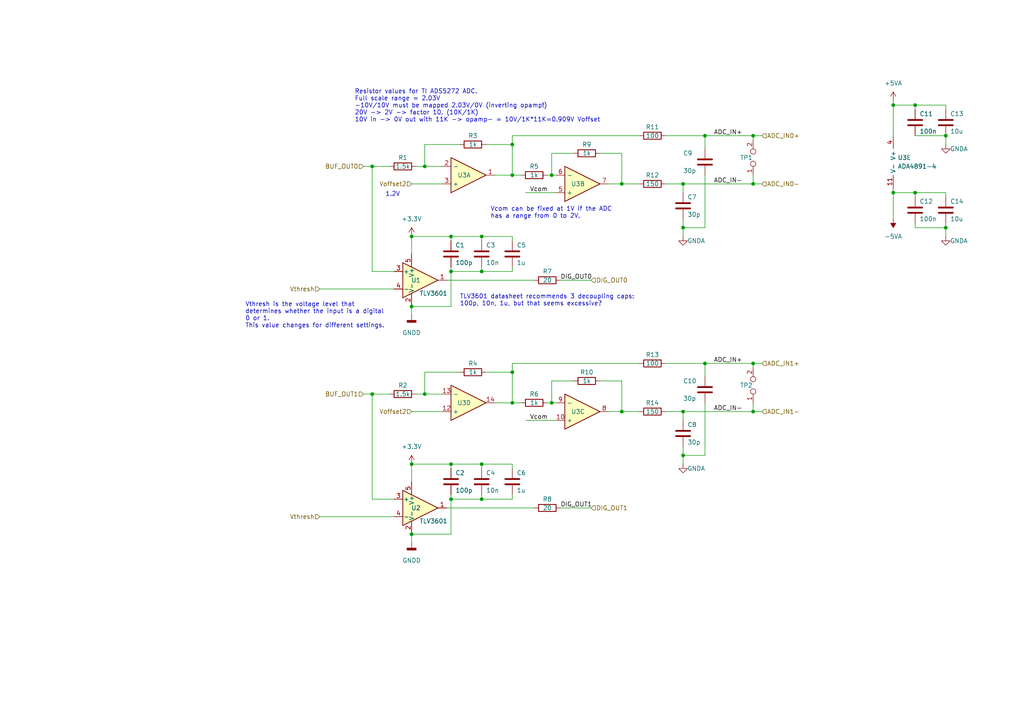
<source format=kicad_sch>
(kicad_sch (version 20211123) (generator eeschema)
  (paper "A4")
  (lib_symbols
    (symbol "Connector:TestPoint_2Pole" (pin_names (offset 0.762) hide)
      (property "Reference" "TP" (at 0 1.524 0))
      (property "Value" "TestPoint_2Pole" (at 0 -1.778 0))
      (symbol "TestPoint_2Pole_0_1"
        (circle (center -1.778 0) (radius 0.762))
        (circle (center 1.778 0) (radius 0.762))
        (pin passive line (at -5.08 0 0) (length 2.54) (name "1") (number "1"))
        (pin passive line (at 5.08 0 180) (length 2.54) (name "2") (number "2"))
      )
    )
    (symbol "Device:C" (pin_numbers hide) (pin_names (offset 0.254))
      (property "Reference" "C" (at 0.635 2.54 0))
      (property "Value" "C" (at 0.635 -2.54 0))
      (symbol "C_0_1"
        (polyline (pts (xy -2.032 -0.762) (xy 2.032 -0.762)) (stroke (width 0.508)))
        (polyline (pts (xy -2.032 0.762) (xy 2.032 0.762)) (stroke (width 0.508)))
      )
      (symbol "C_1_1"
        (pin passive line (at 0 3.81 270) (length 2.794) (name "~") (number "1"))
        (pin passive line (at 0 -3.81 90) (length 2.794) (name "~") (number "2"))
      )
    )
    (symbol "Device:R" (pin_numbers hide) (pin_names (offset 0))
      (property "Reference" "R" (at 2.032 0 90))
      (property "Value" "R" (at 0 0 90))
      (symbol "R_0_1"
        (rectangle (start -1.016 -2.54) (end 1.016 2.54) (stroke (width 0.254)))
      )
      (symbol "R_1_1"
        (pin passive line (at 0 3.81 270) (length 1.27) (name "~") (number "1"))
        (pin passive line (at 0 -3.81 90) (length 1.27) (name "~") (number "2"))
      )
    )
    (symbol "logic_analyzer:ADA4891-4"
      (property "Reference" "U" (at 0 5.08 0))
      (property "Value" "ADA4891-4" (at 0 -5.08 0))
      (symbol "ADA4891-4_1_1"
        (polyline (pts (xy -5.08 5.08) (xy 5.08 0) (xy -5.08 -5.08) (xy -5.08 5.08)) (stroke (width 0.254)) (fill (type background)))
        (pin output line (at 7.62 0 180) (length 2.54) (name "~") (number "1"))
        (pin input line (at -7.62 -2.54 0) (length 2.54) (name "-") (number "2"))
        (pin input line (at -7.62 2.54 0) (length 2.54) (name "+") (number "3"))
      )
      (symbol "ADA4891-4_2_1"
        (polyline (pts (xy -5.08 5.08) (xy 5.08 0) (xy -5.08 -5.08) (xy -5.08 5.08)) (stroke (width 0.254)) (fill (type background)))
        (pin input line (at -7.62 2.54 0) (length 2.54) (name "+") (number "5"))
        (pin input line (at -7.62 -2.54 0) (length 2.54) (name "-") (number "6"))
        (pin output line (at 7.62 0 180) (length 2.54) (name "~") (number "7"))
      )
      (symbol "ADA4891-4_3_1"
        (polyline (pts (xy -5.08 5.08) (xy 5.08 0) (xy -5.08 -5.08) (xy -5.08 5.08)) (stroke (width 0.254)) (fill (type background)))
        (pin input line (at -7.62 2.54 0) (length 2.54) (name "+") (number "10"))
        (pin output line (at 7.62 0 180) (length 2.54) (name "~") (number "8"))
        (pin input line (at -7.62 -2.54 0) (length 2.54) (name "-") (number "9"))
      )
      (symbol "ADA4891-4_4_1"
        (polyline (pts (xy -5.08 5.08) (xy 5.08 0) (xy -5.08 -5.08) (xy -5.08 5.08)) (stroke (width 0.254)) (fill (type background)))
        (pin input line (at -7.62 2.54 0) (length 2.54) (name "+") (number "12"))
        (pin input line (at -7.62 -2.54 0) (length 2.54) (name "-") (number "13"))
        (pin output line (at 7.62 0 180) (length 2.54) (name "~") (number "14"))
      )
      (symbol "ADA4891-4_5_1"
        (pin power_in line (at -2.54 -7.62 90) (length 3.81) (name "V-") (number "11"))
        (pin power_in line (at -2.54 7.62 270) (length 3.81) (name "V+") (number "4"))
      )
    )
    (symbol "logic_analyzer:TLV3601" (pin_names (offset 0.127))
      (property "Reference" "U" (at -1.27 6.35 0))
      (property "Value" "TLV3601" (at -1.27 3.81 0))
      (symbol "TLV3601_0_1"
        (polyline (pts (xy -5.08 5.08) (xy 5.08 0) (xy -5.08 -5.08) (xy -5.08 5.08)) (stroke (width 0.254)) (fill (type background)))
        (pin power_in line (at -2.54 -7.62 90) (length 3.81) (name "V-") (number "2"))
        (pin power_in line (at -2.54 7.62 270) (length 3.81) (name "V+") (number "5"))
      )
      (symbol "TLV3601_1_1"
        (pin output line (at 7.62 0 180) (length 2.54) (name "~") (number "1"))
        (pin input line (at -7.62 2.54 0) (length 2.54) (name "+") (number "3"))
        (pin input line (at -7.62 -2.54 0) (length 2.54) (name "-") (number "4"))
      )
    )
    (symbol "power:+3.3V" (power) (pin_names (offset 0))
      (property "Value" "+3.3V" (at 0 3.556 0))
      (symbol "+3.3V_0_1"
        (polyline (pts (xy -0.762 1.27) (xy 0 2.54)))
        (polyline (pts (xy 0 0) (xy 0 2.54)))
        (polyline (pts (xy 0 2.54) (xy 0.762 1.27)))
      )
      (symbol "+3.3V_1_1"
        (pin power_in line (at 0 0 90) (length 0) hide (name "+3.3V") (number "1"))
      )
    )
    (symbol "power:+5VA" (power) (pin_names (offset 0))
      (property "Value" "+5VA" (at 0 3.556 0))
      (symbol "+5VA_0_1"
        (polyline (pts (xy -0.762 1.27) (xy 0 2.54)))
        (polyline (pts (xy 0 0) (xy 0 2.54)))
        (polyline (pts (xy 0 2.54) (xy 0.762 1.27)))
      )
      (symbol "+5VA_1_1"
        (pin power_in line (at 0 0 90) (length 0) hide (name "+5VA") (number "1"))
      )
    )
    (symbol "power:-5VA" (power) (pin_names (offset 0))
      (property "Value" "-5VA" (at 0 3.81 0))
      (symbol "-5VA_0_0"
        (pin power_in line (at 0 0 90) (length 0) hide (name "-5VA") (number "1"))
      )
      (symbol "-5VA_0_1"
        (polyline (pts (xy 0 0) (xy 0 1.27) (xy 0.762 1.27) (xy 0 2.54) (xy -0.762 1.27) (xy 0 1.27)) (fill (type outline)))
      )
    )
    (symbol "power:GNDA" (power) (pin_names (offset 0))
      (property "Value" "GNDA" (at 0 -3.81 0))
      (symbol "GNDA_0_1"
        (polyline (pts (xy 0 0) (xy 0 -1.27) (xy 1.27 -1.27) (xy 0 -2.54) (xy -1.27 -1.27) (xy 0 -1.27)))
      )
      (symbol "GNDA_1_1"
        (pin power_in line (at 0 0 270) (length 0) hide (name "GNDA") (number "1"))
      )
    )
    (symbol "power:GNDD" (power) (pin_names (offset 0))
      (property "Value" "GNDD" (at 0 -3.175 0))
      (symbol "GNDD_0_1"
        (rectangle (start -1.27 -1.524) (end 1.27 -2.032) (stroke (width 0.254)) (fill (type outline)))
        (polyline (pts (xy 0 0) (xy 0 -1.524)))
      )
      (symbol "GNDD_1_1"
        (pin power_in line (at 0 0 270) (length 0) hide (name "GNDD") (number "1"))
      )
    )
  )
  (junction (at 160.02 50.8))
  (junction (at 139.7 78.74))
  (junction (at 259.08 30.48))
  (junction (at 148.59 50.8))
  (junction (at 148.59 41.91))
  (junction (at 218.44 105.41))
  (junction (at 265.43 30.48))
  (junction (at 148.59 107.95))
  (junction (at 180.34 119.38))
  (junction (at 148.59 116.84))
  (junction (at 123.19 114.3))
  (junction (at 265.43 55.88))
  (junction (at 139.7 68.58))
  (junction (at 107.95 114.3))
  (junction (at 198.12 132.08))
  (junction (at 107.95 48.26))
  (junction (at 259.08 55.88))
  (junction (at 130.81 134.62))
  (junction (at 119.38 88.9))
  (junction (at 119.38 134.62))
  (junction (at 198.12 66.04))
  (junction (at 274.32 39.37))
  (junction (at 160.02 116.84))
  (junction (at 218.44 119.38))
  (junction (at 119.38 68.58))
  (junction (at 198.12 53.34))
  (junction (at 130.81 68.58))
  (junction (at 180.34 53.34))
  (junction (at 204.47 105.41))
  (junction (at 119.38 154.94))
  (junction (at 218.44 39.37))
  (junction (at 123.19 48.26))
  (junction (at 139.7 134.62))
  (junction (at 130.81 144.78))
  (junction (at 139.7 144.78))
  (junction (at 204.47 39.37))
  (junction (at 274.32 66.04))
  (junction (at 198.12 119.38))
  (junction (at 130.81 78.74))
  (junction (at 218.44 53.34))
  (wire (pts (xy 129.54 81.28) (xy 154.94 81.28)))
  (wire (pts (xy 139.7 68.58) (xy 139.7 69.85)))
  (wire (pts (xy 265.43 30.48) (xy 265.43 31.75)))
  (wire (pts (xy 193.04 39.37) (xy 204.47 39.37)))
  (wire (pts (xy 130.81 68.58) (xy 139.7 68.58)))
  (wire (pts (xy 274.32 55.88) (xy 274.32 57.15)))
  (wire (pts (xy 259.08 29.21) (xy 259.08 30.48)))
  (wire (pts (xy 274.32 31.75) (xy 274.32 30.48)))
  (wire (pts (xy 204.47 105.41) (xy 218.44 105.41)))
  (wire (pts (xy 193.04 119.38) (xy 198.12 119.38)))
  (wire (pts (xy 152.4 121.92) (xy 161.29 121.92)))
  (wire (pts (xy 130.81 144.78) (xy 139.7 144.78)))
  (wire (pts (xy 123.19 107.95) (xy 133.35 107.95)))
  (wire (pts (xy 119.38 68.58) (xy 130.81 68.58)))
  (wire (pts (xy 193.04 105.41) (xy 204.47 105.41)))
  (wire (pts (xy 148.59 105.41) (xy 185.42 105.41)))
  (wire (pts (xy 139.7 134.62) (xy 139.7 135.89)))
  (wire (pts (xy 105.41 48.26) (xy 107.95 48.26)))
  (wire (pts (xy 107.95 78.74) (xy 107.95 48.26)))
  (wire (pts (xy 92.71 83.82) (xy 114.3 83.82)))
  (wire (pts (xy 148.59 78.74) (xy 148.59 77.47)))
  (wire (pts (xy 148.59 68.58) (xy 148.59 69.85)))
  (wire (pts (xy 130.81 154.94) (xy 119.38 154.94)))
  (wire (pts (xy 92.71 149.86) (xy 114.3 149.86)))
  (wire (pts (xy 130.81 134.62) (xy 130.81 135.89)))
  (wire (pts (xy 180.34 119.38) (xy 176.53 119.38)))
  (wire (pts (xy 139.7 68.58) (xy 148.59 68.58)))
  (wire (pts (xy 198.12 66.04) (xy 198.12 63.5)))
  (wire (pts (xy 123.19 114.3) (xy 123.19 107.95)))
  (wire (pts (xy 160.02 116.84) (xy 161.29 116.84)))
  (wire (pts (xy 204.47 39.37) (xy 218.44 39.37)))
  (wire (pts (xy 148.59 144.78) (xy 148.59 143.51)))
  (wire (pts (xy 120.65 48.26) (xy 123.19 48.26)))
  (wire (pts (xy 130.81 143.51) (xy 130.81 144.78)))
  (wire (pts (xy 107.95 114.3) (xy 113.03 114.3)))
  (wire (pts (xy 152.4 55.88) (xy 161.29 55.88)))
  (wire (pts (xy 198.12 119.38) (xy 218.44 119.38)))
  (wire (pts (xy 160.02 44.45) (xy 166.37 44.45)))
  (wire (pts (xy 274.32 66.04) (xy 274.32 68.58)))
  (wire (pts (xy 148.59 50.8) (xy 143.51 50.8)))
  (wire (pts (xy 130.81 77.47) (xy 130.81 78.74)))
  (wire (pts (xy 148.59 116.84) (xy 143.51 116.84)))
  (wire (pts (xy 173.99 110.49) (xy 180.34 110.49)))
  (wire (pts (xy 148.59 39.37) (xy 185.42 39.37)))
  (wire (pts (xy 160.02 50.8) (xy 161.29 50.8)))
  (wire (pts (xy 198.12 119.38) (xy 198.12 121.92)))
  (wire (pts (xy 148.59 50.8) (xy 151.13 50.8)))
  (wire (pts (xy 204.47 50.8) (xy 204.47 66.04)))
  (wire (pts (xy 130.81 68.58) (xy 130.81 69.85)))
  (wire (pts (xy 180.34 53.34) (xy 185.42 53.34)))
  (wire (pts (xy 139.7 134.62) (xy 148.59 134.62)))
  (wire (pts (xy 119.38 154.94) (xy 119.38 157.48)))
  (wire (pts (xy 259.08 55.88) (xy 265.43 55.88)))
  (wire (pts (xy 259.08 54.61) (xy 259.08 55.88)))
  (wire (pts (xy 130.81 144.78) (xy 130.81 154.94)))
  (wire (pts (xy 148.59 134.62) (xy 148.59 135.89)))
  (wire (pts (xy 274.32 64.77) (xy 274.32 66.04)))
  (wire (pts (xy 218.44 119.38) (xy 220.98 119.38)))
  (wire (pts (xy 218.44 105.41) (xy 220.98 105.41)))
  (wire (pts (xy 274.32 30.48) (xy 265.43 30.48)))
  (wire (pts (xy 107.95 144.78) (xy 107.95 114.3)))
  (wire (pts (xy 119.38 88.9) (xy 119.38 91.44)))
  (wire (pts (xy 158.75 50.8) (xy 160.02 50.8)))
  (wire (pts (xy 105.41 114.3) (xy 107.95 114.3)))
  (wire (pts (xy 180.34 53.34) (xy 176.53 53.34)))
  (wire (pts (xy 123.19 48.26) (xy 128.27 48.26)))
  (wire (pts (xy 204.47 39.37) (xy 204.47 43.18)))
  (wire (pts (xy 158.75 116.84) (xy 160.02 116.84)))
  (wire (pts (xy 180.34 119.38) (xy 185.42 119.38)))
  (wire (pts (xy 198.12 66.04) (xy 204.47 66.04)))
  (wire (pts (xy 160.02 50.8) (xy 160.02 44.45)))
  (wire (pts (xy 140.97 41.91) (xy 148.59 41.91)))
  (wire (pts (xy 198.12 66.04) (xy 198.12 68.58)))
  (wire (pts (xy 160.02 116.84) (xy 160.02 110.49)))
  (wire (pts (xy 259.08 55.88) (xy 259.08 63.5)))
  (wire (pts (xy 162.56 81.28) (xy 171.45 81.28)))
  (wire (pts (xy 120.65 114.3) (xy 123.19 114.3)))
  (wire (pts (xy 130.81 78.74) (xy 139.7 78.74)))
  (wire (pts (xy 119.38 134.62) (xy 119.38 139.7)))
  (wire (pts (xy 139.7 78.74) (xy 139.7 77.47)))
  (wire (pts (xy 148.59 116.84) (xy 151.13 116.84)))
  (wire (pts (xy 148.59 41.91) (xy 148.59 50.8)))
  (wire (pts (xy 119.38 53.34) (xy 128.27 53.34)))
  (wire (pts (xy 130.81 88.9) (xy 119.38 88.9)))
  (wire (pts (xy 162.56 147.32) (xy 171.45 147.32)))
  (wire (pts (xy 139.7 144.78) (xy 139.7 143.51)))
  (wire (pts (xy 180.34 110.49) (xy 180.34 119.38)))
  (wire (pts (xy 160.02 110.49) (xy 166.37 110.49)))
  (wire (pts (xy 218.44 105.41) (xy 218.44 106.68)))
  (wire (pts (xy 265.43 66.04) (xy 274.32 66.04)))
  (wire (pts (xy 140.97 107.95) (xy 148.59 107.95)))
  (wire (pts (xy 265.43 30.48) (xy 259.08 30.48)))
  (wire (pts (xy 218.44 50.8) (xy 218.44 53.34)))
  (wire (pts (xy 139.7 144.78) (xy 148.59 144.78)))
  (wire (pts (xy 198.12 132.08) (xy 198.12 129.54)))
  (wire (pts (xy 123.19 114.3) (xy 128.27 114.3)))
  (wire (pts (xy 218.44 39.37) (xy 218.44 40.64)))
  (wire (pts (xy 218.44 116.84) (xy 218.44 119.38)))
  (wire (pts (xy 265.43 39.37) (xy 274.32 39.37)))
  (wire (pts (xy 218.44 39.37) (xy 220.98 39.37)))
  (wire (pts (xy 139.7 78.74) (xy 148.59 78.74)))
  (wire (pts (xy 130.81 134.62) (xy 139.7 134.62)))
  (wire (pts (xy 123.19 48.26) (xy 123.19 41.91)))
  (wire (pts (xy 204.47 116.84) (xy 204.47 132.08)))
  (wire (pts (xy 173.99 44.45) (xy 180.34 44.45)))
  (wire (pts (xy 119.38 134.62) (xy 130.81 134.62)))
  (wire (pts (xy 114.3 78.74) (xy 107.95 78.74)))
  (wire (pts (xy 119.38 119.38) (xy 128.27 119.38)))
  (wire (pts (xy 265.43 64.77) (xy 265.43 66.04)))
  (wire (pts (xy 274.32 39.37) (xy 274.32 41.91)))
  (wire (pts (xy 193.04 53.34) (xy 198.12 53.34)))
  (wire (pts (xy 198.12 53.34) (xy 218.44 53.34)))
  (wire (pts (xy 107.95 48.26) (xy 113.03 48.26)))
  (wire (pts (xy 129.54 147.32) (xy 154.94 147.32)))
  (wire (pts (xy 119.38 68.58) (xy 119.38 73.66)))
  (wire (pts (xy 259.08 30.48) (xy 259.08 39.37)))
  (wire (pts (xy 218.44 53.34) (xy 220.98 53.34)))
  (wire (pts (xy 148.59 41.91) (xy 148.59 39.37)))
  (wire (pts (xy 198.12 132.08) (xy 198.12 134.62)))
  (wire (pts (xy 114.3 144.78) (xy 107.95 144.78)))
  (wire (pts (xy 123.19 41.91) (xy 133.35 41.91)))
  (wire (pts (xy 265.43 55.88) (xy 274.32 55.88)))
  (wire (pts (xy 198.12 53.34) (xy 198.12 55.88)))
  (wire (pts (xy 148.59 107.95) (xy 148.59 116.84)))
  (wire (pts (xy 148.59 107.95) (xy 148.59 105.41)))
  (wire (pts (xy 180.34 44.45) (xy 180.34 53.34)))
  (wire (pts (xy 130.81 78.74) (xy 130.81 88.9)))
  (wire (pts (xy 204.47 105.41) (xy 204.47 109.22)))
  (wire (pts (xy 265.43 55.88) (xy 265.43 57.15)))
  (wire (pts (xy 198.12 132.08) (xy 204.47 132.08)))
  (text "Vcom can be fixed at 1V if the ADC\nhas a range from 0 to 2V." (at 142.24 63.5 0) (effects (font (size 1.27 1.27)) (justify left bottom)))
  (text "Resistor values for TI ADS5272 ADC.\nFull scale range = 2.03V\n-10V/10V must be mapped 2.03V/0V (inverting opamp!)\n20V -> 2V -> factor 10. (10K/1K)\n10V in -> 0V out with 11K -> opamp- = 10V/1K*11K=0.909V Voffset" (at 102.87 35.56 0) (effects (font (size 1.27 1.27)) (justify left bottom)))
  (text "TLV3601 datasheet recommends 3 decoupling caps:\n100p, 10n, 1u, but that seems excessive?" (at 133.35 88.9 0) (effects (font (size 1.27 1.27)) (justify left bottom)))
  (text "1.2V" (at 111.76 57.15 0) (effects (font (size 1.27 1.27)) (justify left bottom)))
  (text "Vthresh is the voltage level that\ndetermines whether the input is a digital\n0 or 1.\nThis value changes for different settings." (at 71.12 95.25 0) (effects (font (size 1.27 1.27)) (justify left bottom)))
  (label "ADC_IN+" (at 207.01 39.37 0))
  (label "DIG_OUT0" (at 162.56 81.28 0))
  (label "Vcom" (at 153.67 55.88 0))
  (label "Vcom" (at 153.67 121.92 0))
  (label "DIG_OUT1" (at 162.56 147.32 0))
  (label "ADC_IN+" (at 207.01 105.41 0))
  (label "ADC_IN-" (at 207.01 119.38 0))
  (label "ADC_IN-" (at 207.01 53.34 0))
  (hierarchical_label "BUF_OUT1" (shape input) (at 105.41 114.3 180))
  (hierarchical_label "Vthresh" (shape input) (at 92.71 83.82 180))
  (hierarchical_label "DIG_OUT1" (shape input) (at 171.45 147.32 0))
  (hierarchical_label "Voffset2" (shape input) (at 119.38 119.38 180))
  (hierarchical_label "ADC_IN1-" (shape input) (at 220.98 119.38 0))
  (hierarchical_label "DIG_OUT0" (shape input) (at 171.45 81.28 0))
  (hierarchical_label "Voffset2" (shape input) (at 119.38 53.34 180))
  (hierarchical_label "ADC_IN0-" (shape input) (at 220.98 53.34 0))
  (hierarchical_label "ADC_IN0+" (shape input) (at 220.98 39.37 0))
  (hierarchical_label "ADC_IN1+" (shape input) (at 220.98 105.41 0))
  (hierarchical_label "BUF_OUT0" (shape input) (at 105.41 48.26 180))
  (hierarchical_label "Vthresh" (shape input) (at 92.71 149.86 180))
  (symbol (lib_id "Connector:TestPoint_2Pole") (at 218.44 45.72 90) (unit 1)
    (property "Reference" "TP1" (at 214.63 45.72 90) (effects (justify right)))
    (property "Value" "TestPoint_2Pole" (effects hide))
    (property "Footprint" "TestPoint:TestPoint_2Pads_Pitch2.54mm_Drill0.8mm" (effects hide))
  )
  (symbol (lib_id "logic_analyzer:ADA4891-4") (at 261.62 46.99 0) (unit 5)
    (property "Reference" "U3" (at 260.35 45.7199 0) (effects (justify left)))
    (property "Value" "ADA4891-4" (at 260.35 48.26 0) (effects (justify left)))
    (property "Footprint" "Package_SO:TSSOP-14_4.4x5mm_P0.65mm" (effects hide))
    (property "Datasheet" "https://www.analog.com/media/en/technical-documentation/data-sheets/ADA4891-1_4891-2_4891-3_4891-4.PDF" (effects hide))
  )
  (symbol (lib_id "Device:R") (at 189.23 105.41 90) (unit 1)
    (property "Reference" "R13" (at 189.23 102.87 90))
    (property "Value" "100" (at 189.23 105.41 90))
    (property "Footprint" "Resistor_SMD:R_0603_1608Metric_Pad0.98x0.95mm_HandSolder" (effects hide))
  )
  (symbol (lib_id "Device:C") (at 198.12 125.73 0) (unit 1)
    (property "Reference" "C8" (at 199.39 123.19 0) (effects (justify left)))
    (property "Value" "30p" (at 199.39 128.27 0) (effects (justify left)))
    (property "Footprint" "Capacitor_SMD:C_0603_1608Metric_Pad1.08x0.95mm_HandSolder" (effects hide))
  )
  (symbol (lib_id "logic_analyzer:TLV3601") (at 121.92 147.32 0) (unit 1)
    (property "Reference" "U2" (at 120.65 147.32 0))
    (property "Value" "TLV3601" (at 125.73 151.13 0))
    (property "Footprint" "Package_TO_SOT_SMD:SOT-23-5" (effects hide))
    (property "Datasheet" "https://www.ti.com/lit/ds/symlink/tlv3601.pdf" (effects hide))
  )
  (symbol (lib_id "logic_analyzer:ADA4891-4") (at 135.89 116.84 0) (mirror x) (unit 4)
    (property "Reference" "U3" (at 134.62 116.84 0))
    (property "Value" "ADA4891-4" (effects hide))
    (property "Footprint" "Package_SO:TSSOP-14_4.4x5mm_P0.65mm" (effects hide))
    (property "Datasheet" "https://www.analog.com/media/en/technical-documentation/data-sheets/ADA4891-1_4891-2_4891-3_4891-4.PDF" (effects hide))
  )
  (symbol (lib_id "power:-5VA") (at 259.08 63.5 180) (unit 1)
    (property "Reference" "#PWR?" (effects hide))
    (property "Value" "-5VA" (at 259.08 68.58 0))
  )
  (symbol (lib_id "Device:C") (at 198.12 59.69 0) (unit 1)
    (property "Reference" "C7" (at 199.39 57.15 0) (effects (justify left)))
    (property "Value" "30p" (at 199.39 62.23 0) (effects (justify left)))
    (property "Footprint" "Capacitor_SMD:C_0603_1608Metric_Pad1.08x0.95mm_HandSolder" (effects hide))
  )
  (symbol (lib_id "Device:C") (at 274.32 35.56 0) (unit 1)
    (property "Reference" "C13" (at 275.59 33.02 0) (effects (justify left)))
    (property "Value" "10u" (at 275.59 38.1 0) (effects (justify left)))
    (property "Footprint" "Capacitor_SMD:C_0603_1608Metric_Pad1.08x0.95mm_HandSolder" (effects hide))
  )
  (symbol (lib_id "logic_analyzer:ADA4891-4") (at 168.91 119.38 0) (mirror x) (unit 3)
    (property "Reference" "U3" (at 167.64 119.38 0))
    (property "Value" "ADA4891-4" (effects hide))
    (property "Footprint" "Package_SO:TSSOP-14_4.4x5mm_P0.65mm" (effects hide))
    (property "Datasheet" "https://www.analog.com/media/en/technical-documentation/data-sheets/ADA4891-1_4891-2_4891-3_4891-4.PDF" (effects hide))
  )
  (symbol (lib_id "power:GNDD") (at 119.38 157.48 0) (unit 1)
    (property "Reference" "#PWR07" (effects hide))
    (property "Value" "GNDD" (at 119.38 162.56 0))
  )
  (symbol (lib_id "Device:C") (at 274.32 60.96 0) (unit 1)
    (property "Reference" "C14" (at 275.59 58.42 0) (effects (justify left)))
    (property "Value" "10u" (at 275.59 63.5 0) (effects (justify left)))
    (property "Footprint" "Capacitor_SMD:C_0603_1608Metric_Pad1.08x0.95mm_HandSolder" (effects hide))
  )
  (symbol (lib_id "Device:C") (at 130.81 73.66 0) (unit 1)
    (property "Reference" "C1" (at 132.08 71.12 0) (effects (justify left)))
    (property "Value" "100p" (at 132.08 76.2 0) (effects (justify left)))
    (property "Footprint" "Capacitor_SMD:C_0603_1608Metric_Pad1.08x0.95mm_HandSolder" (effects hide))
  )
  (symbol (lib_id "Device:C") (at 148.59 73.66 0) (unit 1)
    (property "Reference" "C5" (at 149.86 71.12 0) (effects (justify left)))
    (property "Value" "1u" (at 149.86 76.2 0) (effects (justify left)))
    (property "Footprint" "Capacitor_SMD:C_0603_1608Metric_Pad1.08x0.95mm_HandSolder" (effects hide))
  )
  (symbol (lib_id "Device:R") (at 137.16 107.95 90) (unit 1)
    (property "Reference" "R4" (at 137.16 105.41 90))
    (property "Value" "1k" (at 137.16 107.95 90))
    (property "Footprint" "Resistor_SMD:R_0603_1608Metric_Pad0.98x0.95mm_HandSolder" (effects hide))
  )
  (symbol (lib_id "Device:R") (at 189.23 53.34 90) (unit 1)
    (property "Reference" "R12" (at 189.23 50.8 90))
    (property "Value" "150" (at 189.23 53.34 90))
    (property "Footprint" "Resistor_SMD:R_0603_1608Metric_Pad0.98x0.95mm_HandSolder" (effects hide))
  )
  (symbol (lib_id "power:GNDA") (at 198.12 134.62 0) (unit 1)
    (property "Reference" "#PWR09" (effects hide))
    (property "Value" "GNDA" (at 201.93 135.89 0))
  )
  (symbol (lib_id "Device:C") (at 265.43 35.56 0) (unit 1)
    (property "Reference" "C11" (at 266.7 33.02 0) (effects (justify left)))
    (property "Value" "100n" (at 266.7 38.1 0) (effects (justify left)))
    (property "Footprint" "Capacitor_SMD:C_0603_1608Metric_Pad1.08x0.95mm_HandSolder" (effects hide))
  )
  (symbol (lib_id "power:GNDA") (at 274.32 41.91 0) (unit 1)
    (property "Reference" "#PWR012" (effects hide))
    (property "Value" "GNDA" (at 278.13 43.18 0))
  )
  (symbol (lib_id "Device:R") (at 170.18 110.49 90) (unit 1)
    (property "Reference" "R10" (at 170.18 107.95 90))
    (property "Value" "1k" (at 170.18 110.49 90))
    (property "Footprint" "Resistor_SMD:R_0603_1608Metric_Pad0.98x0.95mm_HandSolder" (effects hide))
  )
  (symbol (lib_id "power:GNDA") (at 274.32 68.58 0) (unit 1)
    (property "Reference" "#PWR013" (effects hide))
    (property "Value" "GNDA" (at 278.13 69.85 0))
  )
  (symbol (lib_id "power:GNDD") (at 119.38 91.44 0) (unit 1)
    (property "Reference" "#PWR05" (effects hide))
    (property "Value" "GNDD" (at 119.38 96.52 0))
  )
  (symbol (lib_id "power:+5VA") (at 259.08 29.21 0) (unit 1)
    (property "Reference" "#PWR?" (effects hide))
    (property "Value" "+5VA" (at 259.08 24.13 0))
  )
  (symbol (lib_id "power:+3.3V") (at 119.38 134.62 0) (unit 1)
    (property "Reference" "#PWR06" (effects hide))
    (property "Value" "+3.3V" (at 119.38 129.54 0))
  )
  (symbol (lib_id "logic_analyzer:TLV3601") (at 121.92 81.28 0) (unit 1)
    (property "Reference" "U1" (at 120.65 81.28 0))
    (property "Value" "TLV3601" (at 125.73 85.09 0))
    (property "Footprint" "Package_TO_SOT_SMD:SOT-23-5" (effects hide))
    (property "Datasheet" "https://www.ti.com/lit/ds/symlink/tlv3601.pdf" (effects hide))
  )
  (symbol (lib_id "Device:R") (at 154.94 116.84 90) (unit 1)
    (property "Reference" "R6" (at 154.94 114.3 90))
    (property "Value" "1k" (at 154.94 116.84 90))
    (property "Footprint" "Resistor_SMD:R_0603_1608Metric_Pad0.98x0.95mm_HandSolder" (effects hide))
  )
  (symbol (lib_id "Connector:TestPoint_2Pole") (at 218.44 111.76 90) (unit 1)
    (property "Reference" "TP2" (at 214.63 111.76 90) (effects (justify right)))
    (property "Value" "TestPoint_2Pole" (effects hide))
    (property "Footprint" "TestPoint:TestPoint_2Pads_Pitch2.54mm_Drill0.8mm" (effects hide))
  )
  (symbol (lib_id "Device:C") (at 204.47 113.03 0) (unit 1)
    (property "Reference" "C10" (at 198.12 110.49 0) (effects (justify left)))
    (property "Value" "30p" (at 198.12 115.57 0) (effects (justify left)))
    (property "Footprint" "Capacitor_SMD:C_0603_1608Metric_Pad1.08x0.95mm_HandSolder" (effects hide))
  )
  (symbol (lib_id "Device:C") (at 130.81 139.7 0) (unit 1)
    (property "Reference" "C2" (at 132.08 137.16 0) (effects (justify left)))
    (property "Value" "100p" (at 132.08 142.24 0) (effects (justify left)))
    (property "Footprint" "Capacitor_SMD:C_0603_1608Metric_Pad1.08x0.95mm_HandSolder" (effects hide))
  )
  (symbol (lib_id "Device:R") (at 170.18 44.45 90) (unit 1)
    (property "Reference" "R9" (at 170.18 41.91 90))
    (property "Value" "1k" (at 170.18 44.45 90))
    (property "Footprint" "Resistor_SMD:R_0603_1608Metric_Pad0.98x0.95mm_HandSolder" (effects hide))
  )
  (symbol (lib_id "Device:R") (at 116.84 48.26 90) (unit 1)
    (property "Reference" "R1" (at 116.84 45.72 90))
    (property "Value" "1.5k" (at 116.84 48.26 90))
    (property "Footprint" "Resistor_SMD:R_0603_1608Metric_Pad0.98x0.95mm_HandSolder" (effects hide))
  )
  (symbol (lib_id "Device:R") (at 158.75 147.32 90) (unit 1)
    (property "Reference" "R8" (at 158.75 144.78 90))
    (property "Value" "20" (at 158.75 147.32 90))
    (property "Footprint" "Resistor_SMD:R_0603_1608Metric_Pad0.98x0.95mm_HandSolder" (effects hide))
  )
  (symbol (lib_id "Device:R") (at 116.84 114.3 90) (unit 1)
    (property "Reference" "R2" (at 116.84 111.76 90))
    (property "Value" "1.5k" (at 116.84 114.3 90))
    (property "Footprint" "Resistor_SMD:R_0603_1608Metric_Pad0.98x0.95mm_HandSolder" (effects hide))
  )
  (symbol (lib_id "Device:C") (at 139.7 139.7 0) (unit 1)
    (property "Reference" "C4" (at 140.97 137.16 0) (effects (justify left)))
    (property "Value" "10n" (at 140.97 142.24 0) (effects (justify left)))
    (property "Footprint" "Capacitor_SMD:C_0603_1608Metric_Pad1.08x0.95mm_HandSolder" (effects hide))
  )
  (symbol (lib_id "Device:R") (at 189.23 119.38 90) (unit 1)
    (property "Reference" "R14" (at 189.23 116.84 90))
    (property "Value" "150" (at 189.23 119.38 90))
    (property "Footprint" "Resistor_SMD:R_0603_1608Metric_Pad0.98x0.95mm_HandSolder" (effects hide))
  )
  (symbol (lib_id "Device:R") (at 137.16 41.91 90) (unit 1)
    (property "Reference" "R3" (at 137.16 39.37 90))
    (property "Value" "1k" (at 137.16 41.91 90))
    (property "Footprint" "Resistor_SMD:R_0603_1608Metric_Pad0.98x0.95mm_HandSolder" (effects hide))
  )
  (symbol (lib_id "logic_analyzer:ADA4891-4") (at 168.91 53.34 0) (mirror x) (unit 2)
    (property "Reference" "U3" (at 167.64 53.34 0))
    (property "Value" "ADA4891-4" (effects hide))
    (property "Footprint" "Package_SO:TSSOP-14_4.4x5mm_P0.65mm" (effects hide))
    (property "Datasheet" "https://www.analog.com/media/en/technical-documentation/data-sheets/ADA4891-1_4891-2_4891-3_4891-4.PDF" (effects hide))
  )
  (symbol (lib_id "Device:R") (at 158.75 81.28 90) (unit 1)
    (property "Reference" "R7" (at 158.75 78.74 90))
    (property "Value" "20" (at 158.75 81.28 90))
    (property "Footprint" "Resistor_SMD:R_0603_1608Metric_Pad0.98x0.95mm_HandSolder" (effects hide))
  )
  (symbol (lib_id "power:+3.3V") (at 119.38 68.58 0) (unit 1)
    (property "Reference" "#PWR04" (effects hide))
    (property "Value" "+3.3V" (at 119.38 63.5 0))
  )
  (symbol (lib_id "Device:C") (at 204.47 46.99 0) (unit 1)
    (property "Reference" "C9" (at 198.12 44.45 0) (effects (justify left)))
    (property "Value" "30p" (at 198.12 49.53 0) (effects (justify left)))
    (property "Footprint" "Capacitor_SMD:C_0603_1608Metric_Pad1.08x0.95mm_HandSolder" (effects hide))
  )
  (symbol (lib_id "logic_analyzer:ADA4891-4") (at 135.89 50.8 0) (mirror x) (unit 1)
    (property "Reference" "U3" (at 134.62 50.8 0))
    (property "Value" "ADA4891-4" (effects hide))
    (property "Footprint" "Package_SO:TSSOP-14_4.4x5mm_P0.65mm" (effects hide))
    (property "Datasheet" "https://www.analog.com/media/en/technical-documentation/data-sheets/ADA4891-1_4891-2_4891-3_4891-4.PDF" (effects hide))
  )
  (symbol (lib_id "Device:R") (at 189.23 39.37 90) (unit 1)
    (property "Reference" "R11" (at 189.23 36.83 90))
    (property "Value" "100" (at 189.23 39.37 90))
    (property "Footprint" "Resistor_SMD:R_0603_1608Metric_Pad0.98x0.95mm_HandSolder" (effects hide))
  )
  (symbol (lib_id "Device:C") (at 265.43 60.96 0) (unit 1)
    (property "Reference" "C12" (at 266.7 58.42 0) (effects (justify left)))
    (property "Value" "100n" (at 266.7 63.5 0) (effects (justify left)))
    (property "Footprint" "Capacitor_SMD:C_0603_1608Metric_Pad1.08x0.95mm_HandSolder" (effects hide))
  )
  (symbol (lib_id "Device:R") (at 154.94 50.8 90) (unit 1)
    (property "Reference" "R5" (at 154.94 48.26 90))
    (property "Value" "1k" (at 154.94 50.8 90))
    (property "Footprint" "Resistor_SMD:R_0603_1608Metric_Pad0.98x0.95mm_HandSolder" (effects hide))
  )
  (symbol (lib_id "Device:C") (at 139.7 73.66 0) (unit 1)
    (property "Reference" "C3" (at 140.97 71.12 0) (effects (justify left)))
    (property "Value" "10n" (at 140.97 76.2 0) (effects (justify left)))
    (property "Footprint" "Capacitor_SMD:C_0603_1608Metric_Pad1.08x0.95mm_HandSolder" (effects hide))
  )
  (symbol (lib_id "Device:C") (at 148.59 139.7 0) (unit 1)
    (property "Reference" "C6" (at 149.86 137.16 0) (effects (justify left)))
    (property "Value" "1u" (at 149.86 142.24 0) (effects (justify left)))
    (property "Footprint" "Capacitor_SMD:C_0603_1608Metric_Pad1.08x0.95mm_HandSolder" (effects hide))
  )
  (symbol (lib_id "power:GNDA") (at 198.12 68.58 0) (unit 1)
    (property "Reference" "#PWR08" (effects hide))
    (property "Value" "GNDA" (at 201.93 69.85 0))
  )
)
</source>
